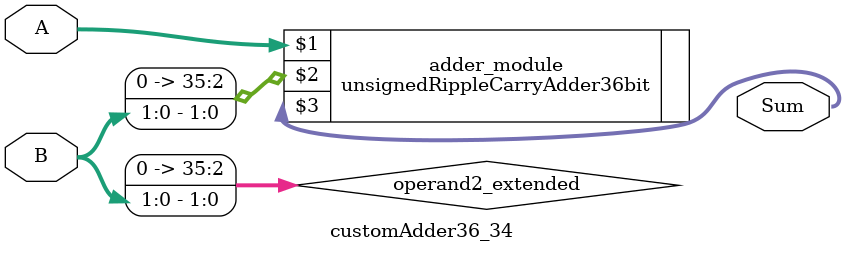
<source format=v>
module customAdder36_34(
                        input [35 : 0] A,
                        input [1 : 0] B,
                        
                        output [36 : 0] Sum
                );

        wire [35 : 0] operand2_extended;
        
        assign operand2_extended =  {34'b0, B};
        
        unsignedRippleCarryAdder36bit adder_module(
            A,
            operand2_extended,
            Sum
        );
        
        endmodule
        
</source>
